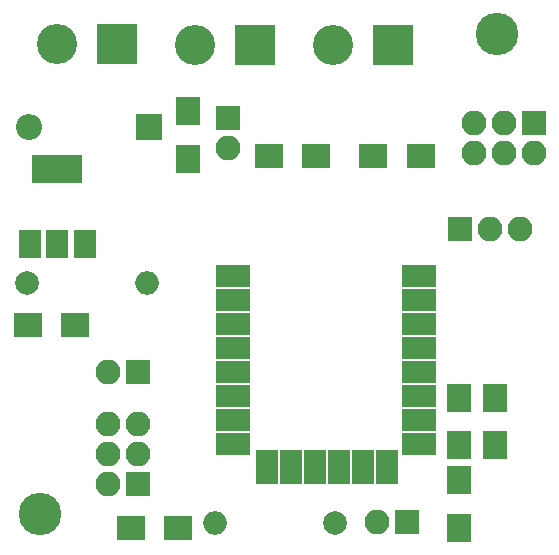
<source format=gts>
%TF.GenerationSoftware,KiCad,Pcbnew,4.0.6*%
%TF.CreationDate,2017-06-22T12:26:56+02:00*%
%TF.ProjectId,esp8266_irrigation_system,657370383236365F6972726967617469,rev?*%
%TF.FileFunction,Soldermask,Top*%
%FSLAX46Y46*%
G04 Gerber Fmt 4.6, Leading zero omitted, Abs format (unit mm)*
G04 Created by KiCad (PCBNEW 4.0.6) date Thu Jun 22 12:26:56 2017*
%MOMM*%
%LPD*%
G01*
G04 APERTURE LIST*
%ADD10C,0.100000*%
%ADD11C,2.000000*%
%ADD12O,2.000000X2.000000*%
%ADD13R,2.200000X2.200000*%
%ADD14O,2.200000X2.200000*%
%ADD15R,3.400000X3.400000*%
%ADD16C,3.400000*%
%ADD17R,2.100000X2.100000*%
%ADD18O,2.100000X2.100000*%
%ADD19R,2.100000X2.400000*%
%ADD20R,2.400000X2.100000*%
%ADD21R,2.924000X1.924000*%
%ADD22R,1.924000X2.924000*%
%ADD23R,2.400000X2.000000*%
%ADD24R,4.200000X2.400000*%
%ADD25R,1.900000X2.400000*%
%ADD26C,3.600000*%
G04 APERTURE END LIST*
D10*
D11*
X143865600Y-103098600D03*
D12*
X133705600Y-103098600D03*
D13*
X128117600Y-69570600D03*
D14*
X117957600Y-69570600D03*
D15*
X125349000Y-62585600D03*
D16*
X120269000Y-62585600D03*
D15*
X137033000Y-62636400D03*
D16*
X131953000Y-62636400D03*
D17*
X160655000Y-69291200D03*
D18*
X160655000Y-71831200D03*
X158115000Y-69291200D03*
X158115000Y-71831200D03*
X155575000Y-69291200D03*
X155575000Y-71831200D03*
D17*
X154432000Y-78206600D03*
D18*
X156972000Y-78206600D03*
X159512000Y-78206600D03*
D19*
X131368800Y-72288400D03*
X131368800Y-68288400D03*
D20*
X151072600Y-72059800D03*
X147072600Y-72059800D03*
X138208000Y-72059800D03*
X142208000Y-72059800D03*
D19*
X154330400Y-103523800D03*
X154330400Y-99523800D03*
X157403800Y-96538800D03*
X157403800Y-92538800D03*
D17*
X127127000Y-90322400D03*
D18*
X124587000Y-90322400D03*
D21*
X150926800Y-82257900D03*
X150926800Y-84289900D03*
X150926800Y-86321900D03*
X150926800Y-88353900D03*
X150926800Y-90385900D03*
X150926800Y-92417900D03*
X150926800Y-94449900D03*
X150926800Y-96481900D03*
X135178800Y-96481900D03*
X135178800Y-94449900D03*
X135178800Y-92417900D03*
X135178800Y-90385900D03*
X135178800Y-88353900D03*
X135178800Y-86321900D03*
X135178800Y-84289900D03*
X135178800Y-82257900D03*
D22*
X138036300Y-98386900D03*
X140068300Y-98386900D03*
X142100300Y-98386900D03*
X144132300Y-98386900D03*
X146164300Y-98386900D03*
X148196300Y-98386900D03*
D17*
X149936200Y-103073200D03*
D18*
X147396200Y-103073200D03*
D17*
X134747000Y-68834000D03*
D18*
X134747000Y-71374000D03*
D23*
X130524000Y-103530400D03*
X126524000Y-103530400D03*
D15*
X148717000Y-62636400D03*
D16*
X143637000Y-62636400D03*
D17*
X127127000Y-99872800D03*
D18*
X124587000Y-99872800D03*
X127127000Y-97332800D03*
X124587000Y-97332800D03*
X127127000Y-94792800D03*
X124587000Y-94792800D03*
D24*
X120319800Y-73177000D03*
D25*
X120319800Y-79477000D03*
X122619800Y-79477000D03*
X118019800Y-79477000D03*
D11*
X117729000Y-82804000D03*
D12*
X127889000Y-82804000D03*
D20*
X117793000Y-86334600D03*
X121793000Y-86334600D03*
D19*
X154330400Y-96538800D03*
X154330400Y-92538800D03*
D26*
X157530800Y-61722000D03*
X118872000Y-102412800D03*
M02*

</source>
